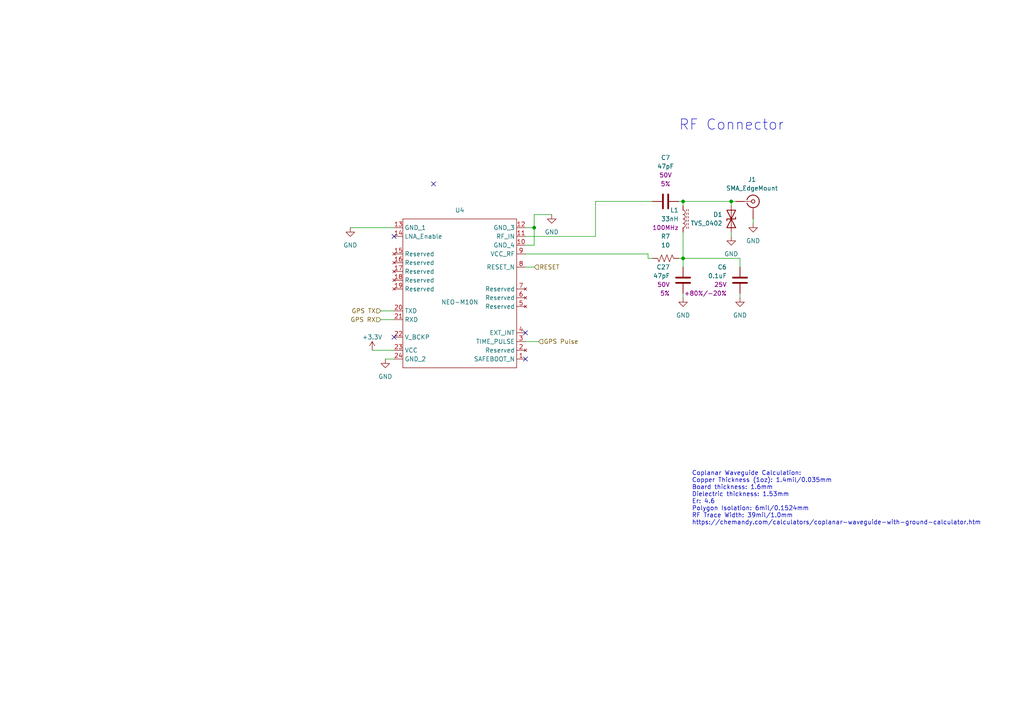
<source format=kicad_sch>
(kicad_sch
	(version 20231120)
	(generator "eeschema")
	(generator_version "8.0")
	(uuid "6d7511a5-62d6-40df-bfac-01ef615d38e3")
	(paper "A4")
	(lib_symbols
		(symbol "NEO F10N:NEO_F10N"
			(exclude_from_sim no)
			(in_bom yes)
			(on_board yes)
			(property "Reference" "U"
				(at 0 26.67 0)
				(effects
					(font
						(size 1.27 1.27)
					)
				)
			)
			(property "Value" ""
				(at 0 0 0)
				(effects
					(font
						(size 1.27 1.27)
					)
				)
			)
			(property "Footprint" ""
				(at 0 0 0)
				(effects
					(font
						(size 1.27 1.27)
					)
					(hide yes)
				)
			)
			(property "Datasheet" ""
				(at 0 0 0)
				(effects
					(font
						(size 1.27 1.27)
					)
					(hide yes)
				)
			)
			(property "Description" ""
				(at 0 0 0)
				(effects
					(font
						(size 1.27 1.27)
					)
					(hide yes)
				)
			)
			(symbol "NEO_F10N_0_1"
				(rectangle
					(start -16.51 24.13)
					(end 16.51 -19.05)
					(stroke
						(width 0)
						(type default)
					)
					(fill
						(type none)
					)
				)
			)
			(symbol "NEO_F10N_1_1"
				(pin passive line
					(at 19.05 -16.51 180)
					(length 2.54)
					(name "SAFEBOOT_N"
						(effects
							(font
								(size 1.27 1.27)
							)
						)
					)
					(number "1"
						(effects
							(font
								(size 1.27 1.27)
							)
						)
					)
				)
				(pin power_in line
					(at 19.05 16.51 180)
					(length 2.54)
					(name "GND_4"
						(effects
							(font
								(size 1.27 1.27)
							)
						)
					)
					(number "10"
						(effects
							(font
								(size 1.27 1.27)
							)
						)
					)
				)
				(pin input line
					(at 19.05 19.05 180)
					(length 2.54)
					(name "RF_IN"
						(effects
							(font
								(size 1.27 1.27)
							)
						)
					)
					(number "11"
						(effects
							(font
								(size 1.27 1.27)
							)
						)
					)
				)
				(pin power_in line
					(at 19.05 21.59 180)
					(length 2.54)
					(name "GND_3"
						(effects
							(font
								(size 1.27 1.27)
							)
						)
					)
					(number "12"
						(effects
							(font
								(size 1.27 1.27)
							)
						)
					)
				)
				(pin power_in line
					(at -19.05 21.59 0)
					(length 2.54)
					(name "GND_1"
						(effects
							(font
								(size 1.27 1.27)
							)
						)
					)
					(number "13"
						(effects
							(font
								(size 1.27 1.27)
							)
						)
					)
				)
				(pin input line
					(at -19.05 19.05 0)
					(length 2.54)
					(name "LNA_Enable"
						(effects
							(font
								(size 1.27 1.27)
							)
						)
					)
					(number "14"
						(effects
							(font
								(size 1.27 1.27)
							)
						)
					)
				)
				(pin no_connect line
					(at -19.05 13.97 0)
					(length 2.54)
					(name "Reserved"
						(effects
							(font
								(size 1.27 1.27)
							)
						)
					)
					(number "15"
						(effects
							(font
								(size 1.27 1.27)
							)
						)
					)
				)
				(pin no_connect line
					(at -19.05 11.43 0)
					(length 2.54)
					(name "Reserved"
						(effects
							(font
								(size 1.27 1.27)
							)
						)
					)
					(number "16"
						(effects
							(font
								(size 1.27 1.27)
							)
						)
					)
				)
				(pin no_connect line
					(at -19.05 8.89 0)
					(length 2.54)
					(name "Reserved"
						(effects
							(font
								(size 1.27 1.27)
							)
						)
					)
					(number "17"
						(effects
							(font
								(size 1.27 1.27)
							)
						)
					)
				)
				(pin no_connect line
					(at -19.05 6.35 0)
					(length 2.54)
					(name "Reserved"
						(effects
							(font
								(size 1.27 1.27)
							)
						)
					)
					(number "18"
						(effects
							(font
								(size 1.27 1.27)
							)
						)
					)
				)
				(pin no_connect line
					(at -19.05 3.81 0)
					(length 2.54)
					(name "Reserved"
						(effects
							(font
								(size 1.27 1.27)
							)
						)
					)
					(number "19"
						(effects
							(font
								(size 1.27 1.27)
							)
						)
					)
				)
				(pin no_connect line
					(at 19.05 -13.97 180)
					(length 2.54)
					(name "Reserved"
						(effects
							(font
								(size 1.27 1.27)
							)
						)
					)
					(number "2"
						(effects
							(font
								(size 1.27 1.27)
							)
						)
					)
				)
				(pin output line
					(at -19.05 -2.54 0)
					(length 2.54)
					(name "TXD"
						(effects
							(font
								(size 1.27 1.27)
							)
						)
					)
					(number "20"
						(effects
							(font
								(size 1.27 1.27)
							)
						)
					)
				)
				(pin input line
					(at -19.05 -5.08 0)
					(length 2.54)
					(name "RXD"
						(effects
							(font
								(size 1.27 1.27)
							)
						)
					)
					(number "21"
						(effects
							(font
								(size 1.27 1.27)
							)
						)
					)
				)
				(pin passive line
					(at -19.05 -10.16 0)
					(length 2.54)
					(name "V_BCKP"
						(effects
							(font
								(size 1.27 1.27)
							)
						)
					)
					(number "22"
						(effects
							(font
								(size 1.27 1.27)
							)
						)
					)
				)
				(pin power_in line
					(at -19.05 -13.97 0)
					(length 2.54)
					(name "VCC"
						(effects
							(font
								(size 1.27 1.27)
							)
						)
					)
					(number "23"
						(effects
							(font
								(size 1.27 1.27)
							)
						)
					)
				)
				(pin power_in line
					(at -19.05 -16.51 0)
					(length 2.54)
					(name "GND_2"
						(effects
							(font
								(size 1.27 1.27)
							)
						)
					)
					(number "24"
						(effects
							(font
								(size 1.27 1.27)
							)
						)
					)
				)
				(pin output line
					(at 19.05 -11.43 180)
					(length 2.54)
					(name "TIME_PULSE"
						(effects
							(font
								(size 1.27 1.27)
							)
						)
					)
					(number "3"
						(effects
							(font
								(size 1.27 1.27)
							)
						)
					)
				)
				(pin passive line
					(at 19.05 -8.89 180)
					(length 2.54)
					(name "EXT_INT"
						(effects
							(font
								(size 1.27 1.27)
							)
						)
					)
					(number "4"
						(effects
							(font
								(size 1.27 1.27)
							)
						)
					)
				)
				(pin no_connect line
					(at 19.05 -1.27 180)
					(length 2.54)
					(name "Reserved"
						(effects
							(font
								(size 1.27 1.27)
							)
						)
					)
					(number "5"
						(effects
							(font
								(size 1.27 1.27)
							)
						)
					)
				)
				(pin no_connect line
					(at 19.05 1.27 180)
					(length 2.54)
					(name "Reserved"
						(effects
							(font
								(size 1.27 1.27)
							)
						)
					)
					(number "6"
						(effects
							(font
								(size 1.27 1.27)
							)
						)
					)
				)
				(pin no_connect line
					(at 19.05 3.81 180)
					(length 2.54)
					(name "Reserved"
						(effects
							(font
								(size 1.27 1.27)
							)
						)
					)
					(number "7"
						(effects
							(font
								(size 1.27 1.27)
							)
						)
					)
				)
				(pin passive line
					(at 19.05 10.16 180)
					(length 2.54)
					(name "RESET_N"
						(effects
							(font
								(size 1.27 1.27)
							)
						)
					)
					(number "8"
						(effects
							(font
								(size 1.27 1.27)
							)
						)
					)
				)
				(pin passive line
					(at 19.05 13.97 180)
					(length 2.54)
					(name "VCC_RF"
						(effects
							(font
								(size 1.27 1.27)
							)
						)
					)
					(number "9"
						(effects
							(font
								(size 1.27 1.27)
							)
						)
					)
				)
			)
		)
		(symbol "SparkFun-Capacitor:0.1uF_0603_25V_20%"
			(pin_numbers hide)
			(pin_names
				(offset 0.254)
			)
			(exclude_from_sim no)
			(in_bom yes)
			(on_board yes)
			(property "Reference" "C"
				(at 0.635 2.54 0)
				(effects
					(font
						(size 1.27 1.27)
					)
					(justify left)
				)
			)
			(property "Value" "0.1uF"
				(at 0.635 -2.54 0)
				(effects
					(font
						(size 1.27 1.27)
					)
					(justify left)
				)
			)
			(property "Footprint" "SparkFun-Capacitor:C_0603_1608Metric"
				(at 0 -11.43 0)
				(effects
					(font
						(size 1.27 1.27)
					)
					(hide yes)
				)
			)
			(property "Datasheet" "https://cdn.sparkfun.com/assets/8/a/4/a/5/Kemet_Capacitor_Datasheet.pdf"
				(at 0 -13.97 0)
				(effects
					(font
						(size 1.27 1.27)
					)
					(hide yes)
				)
			)
			(property "Description" "Unpolarized capacitor"
				(at 0 0 0)
				(effects
					(font
						(size 1.27 1.27)
					)
					(hide yes)
				)
			)
			(property "PROD_ID" "CAP-00810"
				(at 0 -16.51 0)
				(effects
					(font
						(size 1.27 1.27)
					)
					(hide yes)
				)
			)
			(property "Voltage" "25V"
				(at 0 -6.35 0)
				(effects
					(font
						(size 1.27 1.27)
					)
				)
			)
			(property "Tolerance" "+80%/-20%"
				(at 0 -8.89 0)
				(effects
					(font
						(size 1.27 1.27)
					)
				)
			)
			(property "ki_keywords" "cap capacitor"
				(at 0 0 0)
				(effects
					(font
						(size 1.27 1.27)
					)
					(hide yes)
				)
			)
			(property "ki_fp_filters" "C_*"
				(at 0 0 0)
				(effects
					(font
						(size 1.27 1.27)
					)
					(hide yes)
				)
			)
			(symbol "0.1uF_0603_25V_20%_0_1"
				(polyline
					(pts
						(xy -2.032 -0.762) (xy 2.032 -0.762)
					)
					(stroke
						(width 0.508)
						(type default)
					)
					(fill
						(type none)
					)
				)
				(polyline
					(pts
						(xy -2.032 0.762) (xy 2.032 0.762)
					)
					(stroke
						(width 0.508)
						(type default)
					)
					(fill
						(type none)
					)
				)
			)
			(symbol "0.1uF_0603_25V_20%_1_1"
				(pin passive line
					(at 0 3.81 270)
					(length 2.794)
					(name "~"
						(effects
							(font
								(size 1.27 1.27)
							)
						)
					)
					(number "1"
						(effects
							(font
								(size 1.27 1.27)
							)
						)
					)
				)
				(pin passive line
					(at 0 -3.81 90)
					(length 2.794)
					(name "~"
						(effects
							(font
								(size 1.27 1.27)
							)
						)
					)
					(number "2"
						(effects
							(font
								(size 1.27 1.27)
							)
						)
					)
				)
			)
		)
		(symbol "SparkFun-Capacitor:47pF_0603_50V_5%"
			(pin_numbers hide)
			(pin_names
				(offset 0.254)
			)
			(exclude_from_sim no)
			(in_bom yes)
			(on_board yes)
			(property "Reference" "C"
				(at 0.635 2.54 0)
				(effects
					(font
						(size 1.27 1.27)
					)
					(justify left)
				)
			)
			(property "Value" "47pF"
				(at 0.635 -2.54 0)
				(effects
					(font
						(size 1.27 1.27)
					)
					(justify left)
				)
			)
			(property "Footprint" "SparkFun-Capacitor:C_0603_1608Metric"
				(at 0 -11.43 0)
				(effects
					(font
						(size 1.27 1.27)
					)
					(hide yes)
				)
			)
			(property "Datasheet" "https://cdn.sparkfun.com/assets/8/a/4/a/5/Kemet_Capacitor_Datasheet.pdf"
				(at 0 -16.51 0)
				(effects
					(font
						(size 1.27 1.27)
					)
					(hide yes)
				)
			)
			(property "Description" "Unpolarized capacitor"
				(at 0 0 0)
				(effects
					(font
						(size 1.27 1.27)
					)
					(hide yes)
				)
			)
			(property "PROD_ID" "CAP-08913"
				(at 0 -13.97 0)
				(effects
					(font
						(size 1.27 1.27)
					)
					(hide yes)
				)
			)
			(property "Voltage" "50V"
				(at 0 -6.35 0)
				(effects
					(font
						(size 1.27 1.27)
					)
				)
			)
			(property "Tolerance" "5%"
				(at 0 -8.89 0)
				(effects
					(font
						(size 1.27 1.27)
					)
				)
			)
			(property "ki_keywords" "cap capacitor"
				(at 0 0 0)
				(effects
					(font
						(size 1.27 1.27)
					)
					(hide yes)
				)
			)
			(property "ki_fp_filters" "C_*"
				(at 0 0 0)
				(effects
					(font
						(size 1.27 1.27)
					)
					(hide yes)
				)
			)
			(symbol "47pF_0603_50V_5%_0_1"
				(polyline
					(pts
						(xy -2.032 -0.762) (xy 2.032 -0.762)
					)
					(stroke
						(width 0.508)
						(type default)
					)
					(fill
						(type none)
					)
				)
				(polyline
					(pts
						(xy -2.032 0.762) (xy 2.032 0.762)
					)
					(stroke
						(width 0.508)
						(type default)
					)
					(fill
						(type none)
					)
				)
			)
			(symbol "47pF_0603_50V_5%_1_1"
				(pin passive line
					(at 0 3.81 270)
					(length 2.794)
					(name "~"
						(effects
							(font
								(size 1.27 1.27)
							)
						)
					)
					(number "1"
						(effects
							(font
								(size 1.27 1.27)
							)
						)
					)
				)
				(pin passive line
					(at 0 -3.81 90)
					(length 2.794)
					(name "~"
						(effects
							(font
								(size 1.27 1.27)
							)
						)
					)
					(number "2"
						(effects
							(font
								(size 1.27 1.27)
							)
						)
					)
				)
			)
		)
		(symbol "SparkFun-Coil:33nH_0603_0.3A"
			(pin_numbers hide)
			(pin_names
				(offset 1.016) hide)
			(exclude_from_sim no)
			(in_bom yes)
			(on_board yes)
			(property "Reference" "L"
				(at 0 2.54 0)
				(effects
					(font
						(size 1.27 1.27)
					)
				)
			)
			(property "Value" "33nH"
				(at 0 -1.27 0)
				(effects
					(font
						(size 1.27 1.27)
					)
				)
			)
			(property "Footprint" "SparkFun-Capacitor:C_0603_1608Metric"
				(at 0 -11.43 0)
				(effects
					(font
						(size 1.27 1.27)
					)
					(hide yes)
				)
			)
			(property "Datasheet" "https://www.bourns.com/docs/Product-Datasheets/CI160808.pdf"
				(at 0 -8.89 0)
				(effects
					(font
						(size 1.27 1.27)
					)
					(hide yes)
				)
			)
			(property "Description" "Inductor with ferrite core 30 ohm"
				(at 0 0 0)
				(effects
					(font
						(size 1.27 1.27)
					)
					(hide yes)
				)
			)
			(property "PROD_ID" "NDUC-13805"
				(at 0 -6.35 0)
				(effects
					(font
						(size 1.27 1.27)
					)
					(hide yes)
				)
			)
			(property "Frequency" "100MHz"
				(at 0 -3.81 0)
				(effects
					(font
						(size 1.27 1.27)
					)
				)
			)
			(property "ki_keywords" "inductor choke coil reactor magnetic"
				(at 0 0 0)
				(effects
					(font
						(size 1.27 1.27)
					)
					(hide yes)
				)
			)
			(property "ki_fp_filters" "Choke_* *Coil* Inductor_* L_*"
				(at 0 0 0)
				(effects
					(font
						(size 1.27 1.27)
					)
					(hide yes)
				)
			)
			(symbol "33nH_0603_0.3A_0_1"
				(arc
					(start -1.27 0)
					(mid -1.905 0.6323)
					(end -2.54 0)
					(stroke
						(width 0)
						(type default)
					)
					(fill
						(type none)
					)
				)
				(arc
					(start 0 0)
					(mid -0.635 0.6323)
					(end -1.27 0)
					(stroke
						(width 0)
						(type default)
					)
					(fill
						(type none)
					)
				)
				(polyline
					(pts
						(xy -2.794 1.524) (xy -2.286 1.524)
					)
					(stroke
						(width 0)
						(type default)
					)
					(fill
						(type none)
					)
				)
				(polyline
					(pts
						(xy -2.286 1.016) (xy -2.794 1.016)
					)
					(stroke
						(width 0)
						(type default)
					)
					(fill
						(type none)
					)
				)
				(polyline
					(pts
						(xy -1.778 1.524) (xy -1.27 1.524)
					)
					(stroke
						(width 0)
						(type default)
					)
					(fill
						(type none)
					)
				)
				(polyline
					(pts
						(xy -1.27 1.016) (xy -1.778 1.016)
					)
					(stroke
						(width 0)
						(type default)
					)
					(fill
						(type none)
					)
				)
				(polyline
					(pts
						(xy -0.762 1.524) (xy -0.254 1.524)
					)
					(stroke
						(width 0)
						(type default)
					)
					(fill
						(type none)
					)
				)
				(polyline
					(pts
						(xy -0.254 1.016) (xy -0.762 1.016)
					)
					(stroke
						(width 0)
						(type default)
					)
					(fill
						(type none)
					)
				)
				(polyline
					(pts
						(xy 0.254 1.524) (xy 0.762 1.524)
					)
					(stroke
						(width 0)
						(type default)
					)
					(fill
						(type none)
					)
				)
				(polyline
					(pts
						(xy 0.762 1.016) (xy 0.254 1.016)
					)
					(stroke
						(width 0)
						(type default)
					)
					(fill
						(type none)
					)
				)
				(polyline
					(pts
						(xy 1.27 1.524) (xy 1.778 1.524)
					)
					(stroke
						(width 0)
						(type default)
					)
					(fill
						(type none)
					)
				)
				(polyline
					(pts
						(xy 1.778 1.016) (xy 1.27 1.016)
					)
					(stroke
						(width 0)
						(type default)
					)
					(fill
						(type none)
					)
				)
				(polyline
					(pts
						(xy 2.286 1.524) (xy 2.794 1.524)
					)
					(stroke
						(width 0)
						(type default)
					)
					(fill
						(type none)
					)
				)
				(polyline
					(pts
						(xy 2.794 1.016) (xy 2.286 1.016)
					)
					(stroke
						(width 0)
						(type default)
					)
					(fill
						(type none)
					)
				)
				(arc
					(start 1.27 0)
					(mid 0.635 0.6323)
					(end 0 0)
					(stroke
						(width 0)
						(type default)
					)
					(fill
						(type none)
					)
				)
				(arc
					(start 2.54 0)
					(mid 1.905 0.6323)
					(end 1.27 0)
					(stroke
						(width 0)
						(type default)
					)
					(fill
						(type none)
					)
				)
			)
			(symbol "33nH_0603_0.3A_1_1"
				(pin passive line
					(at -3.81 0 0)
					(length 1.27)
					(name "1"
						(effects
							(font
								(size 1.27 1.27)
							)
						)
					)
					(number "1"
						(effects
							(font
								(size 1.27 1.27)
							)
						)
					)
				)
				(pin passive line
					(at 3.81 0 180)
					(length 1.27)
					(name "2"
						(effects
							(font
								(size 1.27 1.27)
							)
						)
					)
					(number "2"
						(effects
							(font
								(size 1.27 1.27)
							)
						)
					)
				)
			)
		)
		(symbol "SparkFun-DiscreteSemi:D_TVS_0402"
			(pin_numbers hide)
			(pin_names
				(offset 1.016) hide)
			(exclude_from_sim no)
			(in_bom yes)
			(on_board yes)
			(property "Reference" "D"
				(at 0 2.54 0)
				(effects
					(font
						(size 1.27 1.27)
					)
				)
			)
			(property "Value" "TVS_0402"
				(at 0 -2.54 0)
				(effects
					(font
						(size 1.27 1.27)
					)
				)
			)
			(property "Footprint" "SparkFun-Capacitor:C_0402_1005Metric"
				(at 0 -4.064 0)
				(effects
					(font
						(size 1.27 1.27)
					)
					(hide yes)
				)
			)
			(property "Datasheet" "https://www.littelfuse.com/~/media/electronics/product_specifications/polymer_esd_suppressors/littelfuse_polymer_esd_suppressor_pesd0402_140_product_specification.pdf.pdf"
				(at 0 -8.89 0)
				(effects
					(font
						(size 1.27 1.27)
					)
					(hide yes)
				)
			)
			(property "Description" "Bidirectional transient-voltage-suppression diode"
				(at 0 0 0)
				(effects
					(font
						(size 1.27 1.27)
					)
					(hide yes)
				)
			)
			(property "PROD_ID" "DIO-15359"
				(at 0 -5.842 0)
				(effects
					(font
						(size 1.27 1.27)
					)
					(hide yes)
				)
			)
			(property "ki_keywords" "diode TVS thyrector"
				(at 0 0 0)
				(effects
					(font
						(size 1.27 1.27)
					)
					(hide yes)
				)
			)
			(property "ki_fp_filters" "TO-???* *_Diode_* *SingleDiode* D_*"
				(at 0 0 0)
				(effects
					(font
						(size 1.27 1.27)
					)
					(hide yes)
				)
			)
			(symbol "D_TVS_0402_0_1"
				(polyline
					(pts
						(xy 1.27 0) (xy -1.27 0)
					)
					(stroke
						(width 0)
						(type default)
					)
					(fill
						(type none)
					)
				)
				(polyline
					(pts
						(xy 0.508 1.27) (xy 0 1.27) (xy 0 -1.27) (xy -0.508 -1.27)
					)
					(stroke
						(width 0.254)
						(type default)
					)
					(fill
						(type none)
					)
				)
				(polyline
					(pts
						(xy -2.54 1.27) (xy -2.54 -1.27) (xy 2.54 1.27) (xy 2.54 -1.27) (xy -2.54 1.27)
					)
					(stroke
						(width 0.254)
						(type default)
					)
					(fill
						(type none)
					)
				)
			)
			(symbol "D_TVS_0402_1_1"
				(pin passive line
					(at -3.81 0 0)
					(length 2.54)
					(name "A1"
						(effects
							(font
								(size 1.27 1.27)
							)
						)
					)
					(number "1"
						(effects
							(font
								(size 1.27 1.27)
							)
						)
					)
				)
				(pin passive line
					(at 3.81 0 180)
					(length 2.54)
					(name "A2"
						(effects
							(font
								(size 1.27 1.27)
							)
						)
					)
					(number "2"
						(effects
							(font
								(size 1.27 1.27)
							)
						)
					)
				)
			)
		)
		(symbol "SparkFun-RF:SMA_EdgeMount"
			(pin_numbers hide)
			(pin_names
				(offset 1.016) hide)
			(exclude_from_sim no)
			(in_bom yes)
			(on_board yes)
			(property "Reference" "J3"
				(at -0.3174 6.35 0)
				(effects
					(font
						(size 1.27 1.27)
					)
				)
			)
			(property "Value" "SMA_EdgeMount"
				(at -0.3174 3.81 0)
				(effects
					(font
						(size 1.27 1.27)
					)
				)
			)
			(property "Footprint" "Connector_Coaxial:SMA_Molex_73251-1153_EdgeMount_Horizontal"
				(at 0 -10.16 0)
				(effects
					(font
						(size 1.27 1.27)
					)
					(hide yes)
				)
			)
			(property "Datasheet" " ~"
				(at 0 0 0)
				(effects
					(font
						(size 1.27 1.27)
					)
					(hide yes)
				)
			)
			(property "Description" "SMA PCB Edge Mount connector"
				(at 0 0 0)
				(effects
					(font
						(size 1.27 1.27)
					)
					(hide yes)
				)
			)
			(property "PROD_ID" "CONN-08289"
				(at 0 -8.89 0)
				(effects
					(font
						(size 1.27 1.27)
					)
					(hide yes)
				)
			)
			(property "ki_keywords" "SMA coxaial connector"
				(at 0 0 0)
				(effects
					(font
						(size 1.27 1.27)
					)
					(hide yes)
				)
			)
			(property "ki_fp_filters" "*BNC* *SMA* *SMB* *SMC* *Cinch* *LEMO*"
				(at 0 0 0)
				(effects
					(font
						(size 1.27 1.27)
					)
					(hide yes)
				)
			)
			(symbol "SMA_EdgeMount_0_1"
				(arc
					(start -1.778 -0.508)
					(mid 0.2311 -1.8066)
					(end 1.778 0)
					(stroke
						(width 0.254)
						(type default)
					)
					(fill
						(type none)
					)
				)
				(polyline
					(pts
						(xy -2.54 0) (xy -0.508 0)
					)
					(stroke
						(width 0)
						(type default)
					)
					(fill
						(type none)
					)
				)
				(polyline
					(pts
						(xy 0 -2.54) (xy 0 -1.778)
					)
					(stroke
						(width 0)
						(type default)
					)
					(fill
						(type none)
					)
				)
				(circle
					(center 0 0)
					(radius 0.508)
					(stroke
						(width 0.2032)
						(type default)
					)
					(fill
						(type none)
					)
				)
				(arc
					(start 1.778 0)
					(mid 0.2099 1.8101)
					(end -1.778 0.508)
					(stroke
						(width 0.254)
						(type default)
					)
					(fill
						(type none)
					)
				)
			)
			(symbol "SMA_EdgeMount_1_1"
				(pin passive line
					(at -5.08 0 0)
					(length 2.54)
					(name "SIG"
						(effects
							(font
								(size 1.27 1.27)
							)
						)
					)
					(number "1"
						(effects
							(font
								(size 1.27 1.27)
							)
						)
					)
				)
				(pin passive line
					(at 0 -5.08 90)
					(length 2.54)
					(name "1"
						(effects
							(font
								(size 1.27 1.27)
							)
						)
					)
					(number "2"
						(effects
							(font
								(size 1.27 1.27)
							)
						)
					)
				)
				(pin passive line
					(at 0 -5.08 90)
					(length 2.54) hide
					(name "2"
						(effects
							(font
								(size 1.27 1.27)
							)
						)
					)
					(number "2"
						(effects
							(font
								(size 1.27 1.27)
							)
						)
					)
				)
				(pin passive line
					(at 0 -5.08 90)
					(length 2.54) hide
					(name "3"
						(effects
							(font
								(size 1.27 1.27)
							)
						)
					)
					(number "3"
						(effects
							(font
								(size 1.27 1.27)
							)
						)
					)
				)
				(pin passive line
					(at 0 -5.08 90)
					(length 2.54) hide
					(name "4"
						(effects
							(font
								(size 1.27 1.27)
							)
						)
					)
					(number "4"
						(effects
							(font
								(size 1.27 1.27)
							)
						)
					)
				)
			)
		)
		(symbol "SparkFun-Resistor:10_0603"
			(pin_numbers hide)
			(pin_names
				(offset 0)
			)
			(exclude_from_sim no)
			(in_bom yes)
			(on_board yes)
			(property "Reference" "R"
				(at 0 -2.54 0)
				(effects
					(font
						(size 1.27 1.27)
					)
				)
			)
			(property "Value" "10"
				(at 0 2.54 0)
				(effects
					(font
						(size 1.27 1.27)
					)
				)
			)
			(property "Footprint" "SparkFun-Resistor:R_0603_1608Metric"
				(at 0 -4.572 0)
				(effects
					(font
						(size 1.27 1.27)
					)
					(hide yes)
				)
			)
			(property "Datasheet" "https://www.vishay.com/docs/20035/dcrcwe3.pdf"
				(at 0 -8.89 0)
				(effects
					(font
						(size 1.27 1.27)
					)
					(hide yes)
				)
			)
			(property "Description" "Resistor"
				(at 0 0 0)
				(effects
					(font
						(size 1.27 1.27)
					)
					(hide yes)
				)
			)
			(property "PROD_ID" "RES-12581"
				(at 0 -6.858 0)
				(effects
					(font
						(size 1.27 1.27)
					)
					(hide yes)
				)
			)
			(property "ki_keywords" "R res resistor"
				(at 0 0 0)
				(effects
					(font
						(size 1.27 1.27)
					)
					(hide yes)
				)
			)
			(property "ki_fp_filters" "R_*"
				(at 0 0 0)
				(effects
					(font
						(size 1.27 1.27)
					)
					(hide yes)
				)
			)
			(symbol "10_0603_0_1"
				(polyline
					(pts
						(xy -2.286 0) (xy -2.54 0)
					)
					(stroke
						(width 0)
						(type default)
					)
					(fill
						(type none)
					)
				)
				(polyline
					(pts
						(xy 2.286 0) (xy 2.54 0)
					)
					(stroke
						(width 0)
						(type default)
					)
					(fill
						(type none)
					)
				)
				(polyline
					(pts
						(xy -0.762 0) (xy -1.143 -1.016) (xy -1.524 0) (xy -1.905 1.016) (xy -2.286 0)
					)
					(stroke
						(width 0)
						(type default)
					)
					(fill
						(type none)
					)
				)
				(polyline
					(pts
						(xy 0.762 0) (xy 0.381 -1.016) (xy 0 0) (xy -0.381 1.016) (xy -0.762 0)
					)
					(stroke
						(width 0)
						(type default)
					)
					(fill
						(type none)
					)
				)
				(polyline
					(pts
						(xy 2.286 0) (xy 1.905 -1.016) (xy 1.524 0) (xy 1.143 1.016) (xy 0.762 0)
					)
					(stroke
						(width 0)
						(type default)
					)
					(fill
						(type none)
					)
				)
			)
			(symbol "10_0603_1_1"
				(pin passive line
					(at 3.81 0 180)
					(length 1.27)
					(name "~"
						(effects
							(font
								(size 1.27 1.27)
							)
						)
					)
					(number "1"
						(effects
							(font
								(size 1.27 1.27)
							)
						)
					)
				)
				(pin passive line
					(at -3.81 0 0)
					(length 1.27)
					(name "~"
						(effects
							(font
								(size 1.27 1.27)
							)
						)
					)
					(number "2"
						(effects
							(font
								(size 1.27 1.27)
							)
						)
					)
				)
			)
		)
		(symbol "power:+3.3V"
			(power)
			(pin_names
				(offset 0)
			)
			(exclude_from_sim no)
			(in_bom yes)
			(on_board yes)
			(property "Reference" "#PWR"
				(at 0 -3.81 0)
				(effects
					(font
						(size 1.27 1.27)
					)
					(hide yes)
				)
			)
			(property "Value" "+3.3V"
				(at 0 3.556 0)
				(effects
					(font
						(size 1.27 1.27)
					)
				)
			)
			(property "Footprint" ""
				(at 0 0 0)
				(effects
					(font
						(size 1.27 1.27)
					)
					(hide yes)
				)
			)
			(property "Datasheet" ""
				(at 0 0 0)
				(effects
					(font
						(size 1.27 1.27)
					)
					(hide yes)
				)
			)
			(property "Description" "Power symbol creates a global label with name \"+3.3V\""
				(at 0 0 0)
				(effects
					(font
						(size 1.27 1.27)
					)
					(hide yes)
				)
			)
			(property "ki_keywords" "global power"
				(at 0 0 0)
				(effects
					(font
						(size 1.27 1.27)
					)
					(hide yes)
				)
			)
			(symbol "+3.3V_0_1"
				(polyline
					(pts
						(xy -0.762 1.27) (xy 0 2.54)
					)
					(stroke
						(width 0)
						(type default)
					)
					(fill
						(type none)
					)
				)
				(polyline
					(pts
						(xy 0 0) (xy 0 2.54)
					)
					(stroke
						(width 0)
						(type default)
					)
					(fill
						(type none)
					)
				)
				(polyline
					(pts
						(xy 0 2.54) (xy 0.762 1.27)
					)
					(stroke
						(width 0)
						(type default)
					)
					(fill
						(type none)
					)
				)
			)
			(symbol "+3.3V_1_1"
				(pin power_in line
					(at 0 0 90)
					(length 0) hide
					(name "+3.3V"
						(effects
							(font
								(size 1.27 1.27)
							)
						)
					)
					(number "1"
						(effects
							(font
								(size 1.27 1.27)
							)
						)
					)
				)
			)
		)
		(symbol "power:GND"
			(power)
			(pin_names
				(offset 0)
			)
			(exclude_from_sim no)
			(in_bom yes)
			(on_board yes)
			(property "Reference" "#PWR"
				(at 0 -6.35 0)
				(effects
					(font
						(size 1.27 1.27)
					)
					(hide yes)
				)
			)
			(property "Value" "GND"
				(at 0 -3.81 0)
				(effects
					(font
						(size 1.27 1.27)
					)
				)
			)
			(property "Footprint" ""
				(at 0 0 0)
				(effects
					(font
						(size 1.27 1.27)
					)
					(hide yes)
				)
			)
			(property "Datasheet" ""
				(at 0 0 0)
				(effects
					(font
						(size 1.27 1.27)
					)
					(hide yes)
				)
			)
			(property "Description" "Power symbol creates a global label with name \"GND\" , ground"
				(at 0 0 0)
				(effects
					(font
						(size 1.27 1.27)
					)
					(hide yes)
				)
			)
			(property "ki_keywords" "global power"
				(at 0 0 0)
				(effects
					(font
						(size 1.27 1.27)
					)
					(hide yes)
				)
			)
			(symbol "GND_0_1"
				(polyline
					(pts
						(xy 0 0) (xy 0 -1.27) (xy 1.27 -1.27) (xy 0 -2.54) (xy -1.27 -1.27) (xy 0 -1.27)
					)
					(stroke
						(width 0)
						(type default)
					)
					(fill
						(type none)
					)
				)
			)
			(symbol "GND_1_1"
				(pin power_in line
					(at 0 0 270)
					(length 0) hide
					(name "GND"
						(effects
							(font
								(size 1.27 1.27)
							)
						)
					)
					(number "1"
						(effects
							(font
								(size 1.27 1.27)
							)
						)
					)
				)
			)
		)
	)
	(junction
		(at 154.94 66.04)
		(diameter 0)
		(color 0 0 0 0)
		(uuid "0a5141ff-9246-41e2-a63f-30022d7533c3")
	)
	(junction
		(at 198.12 74.93)
		(diameter 0)
		(color 0 0 0 0)
		(uuid "af33562e-1cee-43d4-9f98-7e79b3846306")
	)
	(junction
		(at 198.12 58.42)
		(diameter 0)
		(color 0 0 0 0)
		(uuid "c4abf980-df19-4b73-aa8f-7887935f418e")
	)
	(junction
		(at 212.09 58.42)
		(diameter 0)
		(color 0 0 0 0)
		(uuid "d7ec73d1-eb9c-47d8-be33-abfd76d8ef62")
	)
	(no_connect
		(at 114.3 97.79)
		(uuid "54887679-5d07-467b-9dcc-fe3f0c5ee833")
	)
	(no_connect
		(at 125.73 53.34)
		(uuid "728dfeee-a050-4bd9-8781-04bea024029c")
	)
	(no_connect
		(at 152.4 104.14)
		(uuid "82c763ea-eed4-4bca-8176-5ee64376d209")
	)
	(no_connect
		(at 152.4 96.52)
		(uuid "9e2b3389-a559-40f9-8973-89b6a041bd0a")
	)
	(no_connect
		(at 114.3 68.58)
		(uuid "aade0732-2e09-49de-86e3-8785fd1019b4")
	)
	(wire
		(pts
			(xy 189.23 58.42) (xy 172.72 58.42)
		)
		(stroke
			(width 0)
			(type default)
		)
		(uuid "02d6f9b5-6054-4a50-b8e4-90831d6d67b0")
	)
	(wire
		(pts
			(xy 110.49 92.71) (xy 114.3 92.71)
		)
		(stroke
			(width 0)
			(type default)
		)
		(uuid "04a474ea-9e06-406a-bd3e-5051a76d1ed4")
	)
	(wire
		(pts
			(xy 152.4 73.66) (xy 187.96 73.66)
		)
		(stroke
			(width 0)
			(type default)
		)
		(uuid "0517ad01-ca52-4498-9b61-adaaafadce7c")
	)
	(wire
		(pts
			(xy 218.44 63.5) (xy 218.44 64.77)
		)
		(stroke
			(width 0)
			(type default)
		)
		(uuid "1874d925-5e49-4a9d-9000-5d09e2dbb4f2")
	)
	(wire
		(pts
			(xy 198.12 58.42) (xy 196.85 58.42)
		)
		(stroke
			(width 0)
			(type default)
		)
		(uuid "22ddbb89-6854-4b26-8bbb-f390c86a1ba6")
	)
	(wire
		(pts
			(xy 214.63 86.36) (xy 214.63 85.09)
		)
		(stroke
			(width 0)
			(type default)
		)
		(uuid "2fa4e255-df31-40eb-9e5e-4a6cd85bbc74")
	)
	(wire
		(pts
			(xy 152.4 66.04) (xy 154.94 66.04)
		)
		(stroke
			(width 0)
			(type default)
		)
		(uuid "3e80c0ea-e190-402d-a545-e69853f8b366")
	)
	(wire
		(pts
			(xy 154.94 71.12) (xy 154.94 66.04)
		)
		(stroke
			(width 0)
			(type default)
		)
		(uuid "4149ed8b-9633-4830-8c03-1e79406563f4")
	)
	(wire
		(pts
			(xy 152.4 99.06) (xy 156.21 99.06)
		)
		(stroke
			(width 0)
			(type default)
		)
		(uuid "49e6c3f4-054c-46a1-8420-12083e2fb82f")
	)
	(wire
		(pts
			(xy 189.23 74.93) (xy 187.96 74.93)
		)
		(stroke
			(width 0)
			(type default)
		)
		(uuid "5066d7bc-ed36-4e5d-affa-387045e29095")
	)
	(wire
		(pts
			(xy 214.63 77.47) (xy 214.63 74.93)
		)
		(stroke
			(width 0)
			(type default)
		)
		(uuid "513ba42f-ec93-420a-8c46-51690f5e7df9")
	)
	(wire
		(pts
			(xy 198.12 58.42) (xy 198.12 59.69)
		)
		(stroke
			(width 0)
			(type default)
		)
		(uuid "51762c9a-db1c-4ee6-a42a-efcedbf98996")
	)
	(wire
		(pts
			(xy 152.4 71.12) (xy 154.94 71.12)
		)
		(stroke
			(width 0)
			(type default)
		)
		(uuid "5a8f7f2e-c3f7-48c6-805f-fad36808188b")
	)
	(wire
		(pts
			(xy 111.76 104.14) (xy 114.3 104.14)
		)
		(stroke
			(width 0)
			(type default)
		)
		(uuid "5d193c90-c2b2-4175-b594-ad5f18802f82")
	)
	(wire
		(pts
			(xy 198.12 74.93) (xy 196.85 74.93)
		)
		(stroke
			(width 0)
			(type default)
		)
		(uuid "6012e1c8-2158-4595-8ba4-e90f8e4c040e")
	)
	(wire
		(pts
			(xy 152.4 77.47) (xy 154.94 77.47)
		)
		(stroke
			(width 0)
			(type default)
		)
		(uuid "65243166-572a-4913-98fd-e941c817f533")
	)
	(wire
		(pts
			(xy 212.09 68.58) (xy 212.09 67.31)
		)
		(stroke
			(width 0)
			(type default)
		)
		(uuid "67aadc15-f4b9-43bf-aafd-89509280488d")
	)
	(wire
		(pts
			(xy 101.6 66.04) (xy 114.3 66.04)
		)
		(stroke
			(width 0)
			(type default)
		)
		(uuid "75c7ccc6-25fa-4923-a065-bbb76ae59c2f")
	)
	(wire
		(pts
			(xy 152.4 68.58) (xy 172.72 68.58)
		)
		(stroke
			(width 0)
			(type default)
		)
		(uuid "785cb1e1-20dd-41d9-abd0-477269debe0c")
	)
	(wire
		(pts
			(xy 187.96 73.66) (xy 187.96 74.93)
		)
		(stroke
			(width 0)
			(type default)
		)
		(uuid "91b1b5d4-ec69-48da-a9e9-e007994d8bc3")
	)
	(wire
		(pts
			(xy 212.09 58.42) (xy 212.09 59.69)
		)
		(stroke
			(width 0)
			(type default)
		)
		(uuid "9f5112a5-f3d9-46cd-a4b9-ad61ad331c64")
	)
	(wire
		(pts
			(xy 212.09 58.42) (xy 198.12 58.42)
		)
		(stroke
			(width 0)
			(type default)
		)
		(uuid "a2575a68-2866-4d7e-b708-dfe947774101")
	)
	(wire
		(pts
			(xy 107.95 101.6) (xy 114.3 101.6)
		)
		(stroke
			(width 0)
			(type default)
		)
		(uuid "b0278ed9-1f3c-48ef-874d-8ae3b863d5e5")
	)
	(wire
		(pts
			(xy 154.94 62.23) (xy 160.02 62.23)
		)
		(stroke
			(width 0)
			(type default)
		)
		(uuid "b28d7062-c7da-4d41-ac41-e2fa00417be2")
	)
	(wire
		(pts
			(xy 110.49 90.17) (xy 114.3 90.17)
		)
		(stroke
			(width 0)
			(type default)
		)
		(uuid "b572bea8-fc55-4abb-990f-71d73d5ad497")
	)
	(wire
		(pts
			(xy 198.12 85.09) (xy 198.12 86.36)
		)
		(stroke
			(width 0)
			(type default)
		)
		(uuid "b7dc7576-27cd-4ebd-8df4-579a51803388")
	)
	(wire
		(pts
			(xy 214.63 74.93) (xy 198.12 74.93)
		)
		(stroke
			(width 0)
			(type default)
		)
		(uuid "d77005d6-a717-4931-9669-bda092911699")
	)
	(wire
		(pts
			(xy 198.12 74.93) (xy 198.12 77.47)
		)
		(stroke
			(width 0)
			(type default)
		)
		(uuid "dec22d1a-78ff-4d12-8d63-8e9182bcbad9")
	)
	(wire
		(pts
			(xy 154.94 66.04) (xy 154.94 62.23)
		)
		(stroke
			(width 0)
			(type default)
		)
		(uuid "e6b00d3a-7845-480f-ad5d-676ac8971e52")
	)
	(wire
		(pts
			(xy 198.12 74.93) (xy 198.12 67.31)
		)
		(stroke
			(width 0)
			(type default)
		)
		(uuid "f0e2996f-5d19-48b9-9ece-7681417d051a")
	)
	(wire
		(pts
			(xy 172.72 68.58) (xy 172.72 58.42)
		)
		(stroke
			(width 0)
			(type default)
		)
		(uuid "fd74aec9-bd2d-4261-a42d-21484e37d58a")
	)
	(wire
		(pts
			(xy 213.36 58.42) (xy 212.09 58.42)
		)
		(stroke
			(width 0)
			(type default)
		)
		(uuid "fda80953-191c-4e6b-8e33-24872b5c8c8d")
	)
	(text "Coplanar Waveguide Calculation:\nCopper Thickness (1oz): 1.4mil/0.035mm\nBoard thickness: 1.6mm\nDielectric thickness: 1.53mm\nEr: 4.6\nPolygon Isolation: 6mil/0.1524mm\nRF Trace Width: 39mil/1.0mm\nhttps://chemandy.com/calculators/coplanar-waveguide-with-ground-calculator.htm"
		(exclude_from_sim no)
		(at 200.66 152.4 0)
		(effects
			(font
				(size 1.27 1.27)
			)
			(justify left bottom)
		)
		(uuid "a359c27a-5e73-4642-ae56-a737d46bc634")
	)
	(text "RF Connector"
		(exclude_from_sim no)
		(at 196.85 38.1 0)
		(effects
			(font
				(size 3 3)
			)
			(justify left bottom)
		)
		(uuid "f6194d97-279a-4af4-845d-92297952e937")
	)
	(hierarchical_label "RESET"
		(shape input)
		(at 154.94 77.47 0)
		(fields_autoplaced yes)
		(effects
			(font
				(size 1.27 1.27)
			)
			(justify left)
		)
		(uuid "0d027f54-0afc-4384-a914-fbdfb2545b9a")
	)
	(hierarchical_label "GPS Pulse"
		(shape input)
		(at 156.21 99.06 0)
		(fields_autoplaced yes)
		(effects
			(font
				(size 1.27 1.27)
			)
			(justify left)
		)
		(uuid "945b50a4-f015-43de-bc23-9056fdc1037d")
	)
	(hierarchical_label "GPS TX"
		(shape input)
		(at 110.49 90.17 180)
		(fields_autoplaced yes)
		(effects
			(font
				(size 1.27 1.27)
			)
			(justify right)
		)
		(uuid "a60268c8-a1ca-41f6-bc01-9090e019579a")
	)
	(hierarchical_label "GPS RX"
		(shape input)
		(at 110.49 92.71 180)
		(fields_autoplaced yes)
		(effects
			(font
				(size 1.27 1.27)
			)
			(justify right)
		)
		(uuid "e1193fbf-341a-475b-a9b7-13771ee70c1d")
	)
	(symbol
		(lib_id "SparkFun-Capacitor:0.1uF_0603_25V_20%")
		(at 214.63 81.28 0)
		(mirror y)
		(unit 1)
		(exclude_from_sim no)
		(in_bom yes)
		(on_board yes)
		(dnp no)
		(fields_autoplaced yes)
		(uuid "02cc5a7b-e706-4606-95bf-85d6f43676a2")
		(property "Reference" "C6"
			(at 210.82 77.47 0)
			(effects
				(font
					(size 1.27 1.27)
				)
				(justify left)
			)
		)
		(property "Value" "0.1uF"
			(at 210.82 80.01 0)
			(effects
				(font
					(size 1.27 1.27)
				)
				(justify left)
			)
		)
		(property "Footprint" "Capacitor_SMD:C_0603_1608Metric"
			(at 214.63 92.71 0)
			(effects
				(font
					(size 1.27 1.27)
				)
				(hide yes)
			)
		)
		(property "Datasheet" "https://cdn.sparkfun.com/assets/8/a/4/a/5/Kemet_Capacitor_Datasheet.pdf"
			(at 214.63 95.25 0)
			(effects
				(font
					(size 1.27 1.27)
				)
				(hide yes)
			)
		)
		(property "Description" ""
			(at 214.63 81.28 0)
			(effects
				(font
					(size 1.27 1.27)
				)
				(hide yes)
			)
		)
		(property "PROD_ID" "CAP-00810"
			(at 214.63 97.79 0)
			(effects
				(font
					(size 1.27 1.27)
				)
				(hide yes)
			)
		)
		(property "Voltage" "25V"
			(at 210.82 82.55 0)
			(effects
				(font
					(size 1.27 1.27)
				)
				(justify left)
			)
		)
		(property "Tolerance" "+80%/-20%"
			(at 210.82 85.09 0)
			(effects
				(font
					(size 1.27 1.27)
				)
				(justify left)
			)
		)
		(pin "1"
			(uuid "cab2b7dc-855d-46ec-9ef2-c43961f7bc8b")
		)
		(pin "2"
			(uuid "a32c36e4-a603-4b27-baca-3943055ad421")
		)
		(instances
			(project "BRGRavionics2.4.1"
				(path "/4e6fd9e4-e85c-45d6-9f9c-1f20b37f8bd7/83cd0ecf-9a5a-47d3-a630-e41af4824fe6"
					(reference "C6")
					(unit 1)
				)
			)
		)
	)
	(symbol
		(lib_id "SparkFun-Capacitor:47pF_0603_50V_5%")
		(at 193.04 58.42 270)
		(mirror x)
		(unit 1)
		(exclude_from_sim no)
		(in_bom yes)
		(on_board yes)
		(dnp no)
		(fields_autoplaced yes)
		(uuid "09a9a217-6f5f-42dc-8f19-78da0cac3615")
		(property "Reference" "C7"
			(at 193.04 45.72 90)
			(effects
				(font
					(size 1.27 1.27)
				)
			)
		)
		(property "Value" "47pF"
			(at 193.04 48.26 90)
			(effects
				(font
					(size 1.27 1.27)
				)
			)
		)
		(property "Footprint" "Capacitor_SMD:C_0603_1608Metric"
			(at 181.61 58.42 0)
			(effects
				(font
					(size 1.27 1.27)
				)
				(hide yes)
			)
		)
		(property "Datasheet" "https://cdn.sparkfun.com/assets/8/a/4/a/5/Kemet_Capacitor_Datasheet.pdf"
			(at 176.53 58.42 0)
			(effects
				(font
					(size 1.27 1.27)
				)
				(hide yes)
			)
		)
		(property "Description" ""
			(at 193.04 58.42 0)
			(effects
				(font
					(size 1.27 1.27)
				)
				(hide yes)
			)
		)
		(property "PROD_ID" "CAP-08913"
			(at 179.07 58.42 0)
			(effects
				(font
					(size 1.27 1.27)
				)
				(hide yes)
			)
		)
		(property "Voltage" "50V"
			(at 193.04 50.8 90)
			(effects
				(font
					(size 1.27 1.27)
				)
			)
		)
		(property "Tolerance" "5%"
			(at 193.04 53.34 90)
			(effects
				(font
					(size 1.27 1.27)
				)
			)
		)
		(pin "1"
			(uuid "77c83842-fe91-486c-b38c-7fc895d0074d")
		)
		(pin "2"
			(uuid "94b55e6a-f84c-48d4-9923-baa78e32f8f2")
		)
		(instances
			(project "BRGRavionics2.4.1"
				(path "/4e6fd9e4-e85c-45d6-9f9c-1f20b37f8bd7/83cd0ecf-9a5a-47d3-a630-e41af4824fe6"
					(reference "C7")
					(unit 1)
				)
			)
		)
	)
	(symbol
		(lib_id "power:GND")
		(at 101.6 66.04 0)
		(unit 1)
		(exclude_from_sim no)
		(in_bom yes)
		(on_board yes)
		(dnp no)
		(fields_autoplaced yes)
		(uuid "16d804cc-8a2c-472b-a151-9a1c4d2ac003")
		(property "Reference" "#PWR081"
			(at 101.6 72.39 0)
			(effects
				(font
					(size 1.27 1.27)
				)
				(hide yes)
			)
		)
		(property "Value" "GND"
			(at 101.6 71.12 0)
			(effects
				(font
					(size 1.27 1.27)
				)
			)
		)
		(property "Footprint" ""
			(at 101.6 66.04 0)
			(effects
				(font
					(size 1.27 1.27)
				)
				(hide yes)
			)
		)
		(property "Datasheet" ""
			(at 101.6 66.04 0)
			(effects
				(font
					(size 1.27 1.27)
				)
				(hide yes)
			)
		)
		(property "Description" ""
			(at 101.6 66.04 0)
			(effects
				(font
					(size 1.27 1.27)
				)
				(hide yes)
			)
		)
		(pin "1"
			(uuid "5d26b5ab-bfe1-49be-b70e-cf4c8e9bc0c3")
		)
		(instances
			(project "BRGRavionics2.4.1"
				(path "/4e6fd9e4-e85c-45d6-9f9c-1f20b37f8bd7/83cd0ecf-9a5a-47d3-a630-e41af4824fe6"
					(reference "#PWR081")
					(unit 1)
				)
			)
		)
	)
	(symbol
		(lib_id "SparkFun-Capacitor:47pF_0603_50V_5%")
		(at 198.12 81.28 0)
		(mirror y)
		(unit 1)
		(exclude_from_sim no)
		(in_bom yes)
		(on_board yes)
		(dnp no)
		(fields_autoplaced yes)
		(uuid "17a2fe1c-c914-4741-8404-6bf41a946abe")
		(property "Reference" "C27"
			(at 194.31 77.47 0)
			(effects
				(font
					(size 1.27 1.27)
				)
				(justify left)
			)
		)
		(property "Value" "47pF"
			(at 194.31 80.01 0)
			(effects
				(font
					(size 1.27 1.27)
				)
				(justify left)
			)
		)
		(property "Footprint" "Capacitor_SMD:C_0603_1608Metric"
			(at 198.12 92.71 0)
			(effects
				(font
					(size 1.27 1.27)
				)
				(hide yes)
			)
		)
		(property "Datasheet" "https://cdn.sparkfun.com/assets/8/a/4/a/5/Kemet_Capacitor_Datasheet.pdf"
			(at 198.12 97.79 0)
			(effects
				(font
					(size 1.27 1.27)
				)
				(hide yes)
			)
		)
		(property "Description" ""
			(at 198.12 81.28 0)
			(effects
				(font
					(size 1.27 1.27)
				)
				(hide yes)
			)
		)
		(property "PROD_ID" "CAP-08913"
			(at 198.12 95.25 0)
			(effects
				(font
					(size 1.27 1.27)
				)
				(hide yes)
			)
		)
		(property "Voltage" "50V"
			(at 194.31 82.55 0)
			(effects
				(font
					(size 1.27 1.27)
				)
				(justify left)
			)
		)
		(property "Tolerance" "5%"
			(at 194.31 85.09 0)
			(effects
				(font
					(size 1.27 1.27)
				)
				(justify left)
			)
		)
		(pin "1"
			(uuid "b65bcd00-b873-4ffb-91b8-0e3031d5ee12")
		)
		(pin "2"
			(uuid "b0262e37-b55e-4f80-b401-b8c3bc0370b0")
		)
		(instances
			(project "BRGRavionics2.4.1"
				(path "/4e6fd9e4-e85c-45d6-9f9c-1f20b37f8bd7/83cd0ecf-9a5a-47d3-a630-e41af4824fe6"
					(reference "C27")
					(unit 1)
				)
			)
		)
	)
	(symbol
		(lib_id "SparkFun-Coil:33nH_0603_0.3A")
		(at 198.12 63.5 270)
		(mirror x)
		(unit 1)
		(exclude_from_sim no)
		(in_bom yes)
		(on_board yes)
		(dnp no)
		(fields_autoplaced yes)
		(uuid "2c9161e6-8a70-416b-8a95-55eb3a340c0c")
		(property "Reference" "L1"
			(at 196.85 60.96 90)
			(effects
				(font
					(size 1.27 1.27)
				)
				(justify right)
			)
		)
		(property "Value" "33nH"
			(at 196.85 63.5 90)
			(effects
				(font
					(size 1.27 1.27)
				)
				(justify right)
			)
		)
		(property "Footprint" "Capacitor_SMD:C_0603_1608Metric"
			(at 186.69 63.5 0)
			(effects
				(font
					(size 1.27 1.27)
				)
				(hide yes)
			)
		)
		(property "Datasheet" "https://www.bourns.com/docs/Product-Datasheets/CI160808.pdf"
			(at 189.23 63.5 0)
			(effects
				(font
					(size 1.27 1.27)
				)
				(hide yes)
			)
		)
		(property "Description" ""
			(at 198.12 63.5 0)
			(effects
				(font
					(size 1.27 1.27)
				)
				(hide yes)
			)
		)
		(property "PROD_ID" "NDUC-13805"
			(at 191.77 63.5 0)
			(effects
				(font
					(size 1.27 1.27)
				)
				(hide yes)
			)
		)
		(property "Frequency" "100MHz"
			(at 196.85 66.04 90)
			(effects
				(font
					(size 1.27 1.27)
				)
				(justify right)
			)
		)
		(pin "1"
			(uuid "cfc99efd-e063-478b-904e-0e8a5a6272ae")
		)
		(pin "2"
			(uuid "e406fa12-7263-4e34-8ef9-bdd3fc9181c9")
		)
		(instances
			(project "BRGRavionics2.4.1"
				(path "/4e6fd9e4-e85c-45d6-9f9c-1f20b37f8bd7/83cd0ecf-9a5a-47d3-a630-e41af4824fe6"
					(reference "L1")
					(unit 1)
				)
			)
		)
	)
	(symbol
		(lib_id "power:GND")
		(at 214.63 86.36 0)
		(unit 1)
		(exclude_from_sim no)
		(in_bom yes)
		(on_board yes)
		(dnp no)
		(fields_autoplaced yes)
		(uuid "2cd1e361-09c3-4af3-9c61-19d4857f5679")
		(property "Reference" "#PWR078"
			(at 214.63 92.71 0)
			(effects
				(font
					(size 1.27 1.27)
				)
				(hide yes)
			)
		)
		(property "Value" "GND"
			(at 214.63 91.44 0)
			(effects
				(font
					(size 1.27 1.27)
				)
			)
		)
		(property "Footprint" ""
			(at 214.63 86.36 0)
			(effects
				(font
					(size 1.27 1.27)
				)
				(hide yes)
			)
		)
		(property "Datasheet" ""
			(at 214.63 86.36 0)
			(effects
				(font
					(size 1.27 1.27)
				)
				(hide yes)
			)
		)
		(property "Description" ""
			(at 214.63 86.36 0)
			(effects
				(font
					(size 1.27 1.27)
				)
				(hide yes)
			)
		)
		(pin "1"
			(uuid "1fd1609c-6d5a-4e85-9c45-73a740ce14a8")
		)
		(instances
			(project "BRGRavionics2.4.1"
				(path "/4e6fd9e4-e85c-45d6-9f9c-1f20b37f8bd7/83cd0ecf-9a5a-47d3-a630-e41af4824fe6"
					(reference "#PWR078")
					(unit 1)
				)
			)
		)
	)
	(symbol
		(lib_id "power:+3.3V")
		(at 107.95 101.6 0)
		(unit 1)
		(exclude_from_sim no)
		(in_bom yes)
		(on_board yes)
		(dnp no)
		(fields_autoplaced yes)
		(uuid "2e8748cb-e040-43d6-87e8-55b9e0d64a2e")
		(property "Reference" "#PWR028"
			(at 107.95 105.41 0)
			(effects
				(font
					(size 1.27 1.27)
				)
				(hide yes)
			)
		)
		(property "Value" "+3.3V"
			(at 107.95 97.79 0)
			(effects
				(font
					(size 1.27 1.27)
				)
			)
		)
		(property "Footprint" ""
			(at 107.95 101.6 0)
			(effects
				(font
					(size 1.27 1.27)
				)
				(hide yes)
			)
		)
		(property "Datasheet" ""
			(at 107.95 101.6 0)
			(effects
				(font
					(size 1.27 1.27)
				)
				(hide yes)
			)
		)
		(property "Description" ""
			(at 107.95 101.6 0)
			(effects
				(font
					(size 1.27 1.27)
				)
				(hide yes)
			)
		)
		(pin "1"
			(uuid "7d8c79df-b541-4711-9e45-228034c9efb3")
		)
		(instances
			(project "BRGRavionics2.4.1"
				(path "/4e6fd9e4-e85c-45d6-9f9c-1f20b37f8bd7/83cd0ecf-9a5a-47d3-a630-e41af4824fe6"
					(reference "#PWR028")
					(unit 1)
				)
			)
		)
	)
	(symbol
		(lib_id "SparkFun-Resistor:10_0603")
		(at 193.04 74.93 0)
		(mirror x)
		(unit 1)
		(exclude_from_sim no)
		(in_bom yes)
		(on_board yes)
		(dnp no)
		(fields_autoplaced yes)
		(uuid "347536f2-dab2-475a-bac4-3f29eee71016")
		(property "Reference" "R7"
			(at 193.04 68.58 0)
			(effects
				(font
					(size 1.27 1.27)
				)
			)
		)
		(property "Value" "10"
			(at 193.04 71.12 0)
			(effects
				(font
					(size 1.27 1.27)
				)
			)
		)
		(property "Footprint" "Resistor_SMD:R_0603_1608Metric"
			(at 197.612 74.93 90)
			(effects
				(font
					(size 1.27 1.27)
				)
				(hide yes)
			)
		)
		(property "Datasheet" "https://www.vishay.com/docs/20035/dcrcwe3.pdf"
			(at 201.93 74.93 90)
			(effects
				(font
					(size 1.27 1.27)
				)
				(hide yes)
			)
		)
		(property "Description" ""
			(at 193.04 74.93 0)
			(effects
				(font
					(size 1.27 1.27)
				)
				(hide yes)
			)
		)
		(property "PROD_ID" "RES-12581"
			(at 199.898 74.93 90)
			(effects
				(font
					(size 1.27 1.27)
				)
				(hide yes)
			)
		)
		(pin "1"
			(uuid "3fed3c7d-350f-4c2f-927f-43650238e8ae")
		)
		(pin "2"
			(uuid "0dded173-2837-4773-b881-5e65351b69ec")
		)
		(instances
			(project "BRGRavionics2.4.1"
				(path "/4e6fd9e4-e85c-45d6-9f9c-1f20b37f8bd7/83cd0ecf-9a5a-47d3-a630-e41af4824fe6"
					(reference "R7")
					(unit 1)
				)
			)
		)
	)
	(symbol
		(lib_id "SparkFun-DiscreteSemi:D_TVS_0402")
		(at 212.09 63.5 270)
		(mirror x)
		(unit 1)
		(exclude_from_sim no)
		(in_bom yes)
		(on_board yes)
		(dnp no)
		(fields_autoplaced yes)
		(uuid "47988024-7018-4f35-aa6f-40e3e832ffe2")
		(property "Reference" "D1"
			(at 209.55 62.23 90)
			(effects
				(font
					(size 1.27 1.27)
				)
				(justify right)
			)
		)
		(property "Value" "TVS_0402"
			(at 209.55 64.77 90)
			(effects
				(font
					(size 1.27 1.27)
				)
				(justify right)
			)
		)
		(property "Footprint" "Capacitor_SMD:C_0402_1005Metric"
			(at 208.026 63.5 0)
			(effects
				(font
					(size 1.27 1.27)
				)
				(hide yes)
			)
		)
		(property "Datasheet" "https://www.littelfuse.com/~/media/electronics/product_specifications/polymer_esd_suppressors/littelfuse_polymer_esd_suppressor_pesd0402_140_product_specification.pdf.pdf"
			(at 203.2 63.5 0)
			(effects
				(font
					(size 1.27 1.27)
				)
				(hide yes)
			)
		)
		(property "Description" ""
			(at 212.09 63.5 0)
			(effects
				(font
					(size 1.27 1.27)
				)
				(hide yes)
			)
		)
		(property "PROD_ID" "DIO-15359"
			(at 206.248 63.5 0)
			(effects
				(font
					(size 1.27 1.27)
				)
				(hide yes)
			)
		)
		(pin "1"
			(uuid "8e02a65f-eaa3-4720-9003-f3c1e9abd7fd")
		)
		(pin "2"
			(uuid "a54d83e7-8409-400a-93e9-a3f793a225e0")
		)
		(instances
			(project "BRGRavionics2.4.1"
				(path "/4e6fd9e4-e85c-45d6-9f9c-1f20b37f8bd7/83cd0ecf-9a5a-47d3-a630-e41af4824fe6"
					(reference "D1")
					(unit 1)
				)
			)
		)
	)
	(symbol
		(lib_id "NEO F10N:NEO_F10N")
		(at 133.35 87.63 0)
		(unit 1)
		(exclude_from_sim no)
		(in_bom yes)
		(on_board yes)
		(dnp no)
		(fields_autoplaced yes)
		(uuid "48bc7816-8d05-4b62-bafc-0ef9e7da2613")
		(property "Reference" "U4"
			(at 133.35 60.96 0)
			(effects
				(font
					(size 1.27 1.27)
				)
			)
		)
		(property "Value" "NEO-M10N"
			(at 133.35 87.63 0)
			(effects
				(font
					(size 1.27 1.27)
				)
			)
		)
		(property "Footprint" "SamacSys_Parts:NEOM9N00B"
			(at 133.35 87.63 0)
			(effects
				(font
					(size 1.27 1.27)
				)
				(hide yes)
			)
		)
		(property "Datasheet" ""
			(at 133.35 87.63 0)
			(effects
				(font
					(size 1.27 1.27)
				)
				(hide yes)
			)
		)
		(property "Description" ""
			(at 133.35 87.63 0)
			(effects
				(font
					(size 1.27 1.27)
				)
				(hide yes)
			)
		)
		(pin "1"
			(uuid "d41f9b76-d6cb-44aa-b9a4-281a757022b6")
		)
		(pin "10"
			(uuid "ebc85520-c442-48b7-8282-d0bb15ff85ce")
		)
		(pin "11"
			(uuid "e3c710e7-1fc9-4b8f-ad3d-012af30654a8")
		)
		(pin "12"
			(uuid "01e92fc3-0465-4e13-8328-9d936cb1a9f9")
		)
		(pin "13"
			(uuid "3c7e49f7-3494-4a49-8260-4bae85f07f06")
		)
		(pin "14"
			(uuid "072f424c-186f-49a5-8f6d-20663ce2605b")
		)
		(pin "15"
			(uuid "4798935a-ad8b-4780-b009-6d48b5d5454a")
		)
		(pin "16"
			(uuid "7137f453-4ae8-4a5b-bd5e-69f3edc3b055")
		)
		(pin "17"
			(uuid "6b4c1235-f581-4a07-b7dd-71d04680efef")
		)
		(pin "18"
			(uuid "51916726-e308-4093-9cb4-b5e891ed1a53")
		)
		(pin "19"
			(uuid "1a1d7dd5-f3b1-46e8-93e0-089c7374235b")
		)
		(pin "2"
			(uuid "e88522a7-a2d2-4efc-90f9-1f8cb55bbdb9")
		)
		(pin "20"
			(uuid "360b9bdf-5312-462b-8d5b-20ef7654fb73")
		)
		(pin "21"
			(uuid "a0f2db2c-0f34-426d-834c-efcb3a60cb26")
		)
		(pin "22"
			(uuid "826bcb76-c2c5-47f6-a1b0-d652d739e3d7")
		)
		(pin "23"
			(uuid "7aa6f915-d11a-4ff1-95b4-0aa1d1d88f60")
		)
		(pin "24"
			(uuid "8a00e002-f150-4ac2-b452-ed60902e0509")
		)
		(pin "3"
			(uuid "a497ddab-3aaf-4c44-b66d-5deb83621396")
		)
		(pin "4"
			(uuid "21751a46-ef5b-4933-a55c-c5d22e7e9377")
		)
		(pin "5"
			(uuid "64505533-bca6-44c3-871f-d0016358d061")
		)
		(pin "6"
			(uuid "1f83dc29-3935-41cb-b17a-8e49301a6a6c")
		)
		(pin "7"
			(uuid "ca83df91-59cb-4be1-a7bb-29cd8d2fc447")
		)
		(pin "8"
			(uuid "9ebc19f5-b150-4342-bae8-527da94ca30a")
		)
		(pin "9"
			(uuid "ae20d5dd-74e3-4135-a1db-a1e370c40e35")
		)
		(instances
			(project "BRGRavionics2.4.1"
				(path "/4e6fd9e4-e85c-45d6-9f9c-1f20b37f8bd7/83cd0ecf-9a5a-47d3-a630-e41af4824fe6"
					(reference "U4")
					(unit 1)
				)
			)
		)
	)
	(symbol
		(lib_id "power:GND")
		(at 198.12 86.36 0)
		(unit 1)
		(exclude_from_sim no)
		(in_bom yes)
		(on_board yes)
		(dnp no)
		(fields_autoplaced yes)
		(uuid "768b0165-cd99-4ebc-96b4-4d149e25feac")
		(property "Reference" "#PWR077"
			(at 198.12 92.71 0)
			(effects
				(font
					(size 1.27 1.27)
				)
				(hide yes)
			)
		)
		(property "Value" "GND"
			(at 198.12 91.44 0)
			(effects
				(font
					(size 1.27 1.27)
				)
			)
		)
		(property "Footprint" ""
			(at 198.12 86.36 0)
			(effects
				(font
					(size 1.27 1.27)
				)
				(hide yes)
			)
		)
		(property "Datasheet" ""
			(at 198.12 86.36 0)
			(effects
				(font
					(size 1.27 1.27)
				)
				(hide yes)
			)
		)
		(property "Description" ""
			(at 198.12 86.36 0)
			(effects
				(font
					(size 1.27 1.27)
				)
				(hide yes)
			)
		)
		(pin "1"
			(uuid "251b0e6d-cf84-48a0-ac09-f8415b0178bc")
		)
		(instances
			(project "BRGRavionics2.4.1"
				(path "/4e6fd9e4-e85c-45d6-9f9c-1f20b37f8bd7/83cd0ecf-9a5a-47d3-a630-e41af4824fe6"
					(reference "#PWR077")
					(unit 1)
				)
			)
		)
	)
	(symbol
		(lib_id "power:GND")
		(at 111.76 104.14 0)
		(unit 1)
		(exclude_from_sim no)
		(in_bom yes)
		(on_board yes)
		(dnp no)
		(fields_autoplaced yes)
		(uuid "bde658b1-0c72-4e07-a944-7a0bfa1c88fa")
		(property "Reference" "#PWR076"
			(at 111.76 110.49 0)
			(effects
				(font
					(size 1.27 1.27)
				)
				(hide yes)
			)
		)
		(property "Value" "GND"
			(at 111.76 109.22 0)
			(effects
				(font
					(size 1.27 1.27)
				)
			)
		)
		(property "Footprint" ""
			(at 111.76 104.14 0)
			(effects
				(font
					(size 1.27 1.27)
				)
				(hide yes)
			)
		)
		(property "Datasheet" ""
			(at 111.76 104.14 0)
			(effects
				(font
					(size 1.27 1.27)
				)
				(hide yes)
			)
		)
		(property "Description" ""
			(at 111.76 104.14 0)
			(effects
				(font
					(size 1.27 1.27)
				)
				(hide yes)
			)
		)
		(pin "1"
			(uuid "0f223c5c-062f-4917-8219-da047733bafb")
		)
		(instances
			(project "BRGRavionics2.4.1"
				(path "/4e6fd9e4-e85c-45d6-9f9c-1f20b37f8bd7/83cd0ecf-9a5a-47d3-a630-e41af4824fe6"
					(reference "#PWR076")
					(unit 1)
				)
			)
		)
	)
	(symbol
		(lib_id "power:GND")
		(at 212.09 68.58 0)
		(unit 1)
		(exclude_from_sim no)
		(in_bom yes)
		(on_board yes)
		(dnp no)
		(fields_autoplaced yes)
		(uuid "cf0a2347-4b8b-480c-8001-1ce77bf6b30f")
		(property "Reference" "#PWR079"
			(at 212.09 74.93 0)
			(effects
				(font
					(size 1.27 1.27)
				)
				(hide yes)
			)
		)
		(property "Value" "GND"
			(at 212.09 73.66 0)
			(effects
				(font
					(size 1.27 1.27)
				)
			)
		)
		(property "Footprint" ""
			(at 212.09 68.58 0)
			(effects
				(font
					(size 1.27 1.27)
				)
				(hide yes)
			)
		)
		(property "Datasheet" ""
			(at 212.09 68.58 0)
			(effects
				(font
					(size 1.27 1.27)
				)
				(hide yes)
			)
		)
		(property "Description" ""
			(at 212.09 68.58 0)
			(effects
				(font
					(size 1.27 1.27)
				)
				(hide yes)
			)
		)
		(pin "1"
			(uuid "dcdbfdf3-6ffd-4a47-9d41-1707597d84de")
		)
		(instances
			(project "BRGRavionics2.4.1"
				(path "/4e6fd9e4-e85c-45d6-9f9c-1f20b37f8bd7/83cd0ecf-9a5a-47d3-a630-e41af4824fe6"
					(reference "#PWR079")
					(unit 1)
				)
			)
		)
	)
	(symbol
		(lib_id "power:GND")
		(at 160.02 62.23 0)
		(unit 1)
		(exclude_from_sim no)
		(in_bom yes)
		(on_board yes)
		(dnp no)
		(fields_autoplaced yes)
		(uuid "d635173b-35db-49c8-b424-e524a5a9e1d6")
		(property "Reference" "#PWR075"
			(at 160.02 68.58 0)
			(effects
				(font
					(size 1.27 1.27)
				)
				(hide yes)
			)
		)
		(property "Value" "GND"
			(at 160.02 67.31 0)
			(effects
				(font
					(size 1.27 1.27)
				)
			)
		)
		(property "Footprint" ""
			(at 160.02 62.23 0)
			(effects
				(font
					(size 1.27 1.27)
				)
				(hide yes)
			)
		)
		(property "Datasheet" ""
			(at 160.02 62.23 0)
			(effects
				(font
					(size 1.27 1.27)
				)
				(hide yes)
			)
		)
		(property "Description" ""
			(at 160.02 62.23 0)
			(effects
				(font
					(size 1.27 1.27)
				)
				(hide yes)
			)
		)
		(pin "1"
			(uuid "97d9f909-7089-49dd-9b2d-2ec92d8d2cee")
		)
		(instances
			(project "BRGRavionics2.4.1"
				(path "/4e6fd9e4-e85c-45d6-9f9c-1f20b37f8bd7/83cd0ecf-9a5a-47d3-a630-e41af4824fe6"
					(reference "#PWR075")
					(unit 1)
				)
			)
		)
	)
	(symbol
		(lib_id "power:GND")
		(at 218.44 64.77 0)
		(unit 1)
		(exclude_from_sim no)
		(in_bom yes)
		(on_board yes)
		(dnp no)
		(fields_autoplaced yes)
		(uuid "d8fdf6c5-62b2-401a-a872-51ec3da5195a")
		(property "Reference" "#PWR080"
			(at 218.44 71.12 0)
			(effects
				(font
					(size 1.27 1.27)
				)
				(hide yes)
			)
		)
		(property "Value" "GND"
			(at 218.44 69.85 0)
			(effects
				(font
					(size 1.27 1.27)
				)
			)
		)
		(property "Footprint" ""
			(at 218.44 64.77 0)
			(effects
				(font
					(size 1.27 1.27)
				)
				(hide yes)
			)
		)
		(property "Datasheet" ""
			(at 218.44 64.77 0)
			(effects
				(font
					(size 1.27 1.27)
				)
				(hide yes)
			)
		)
		(property "Description" ""
			(at 218.44 64.77 0)
			(effects
				(font
					(size 1.27 1.27)
				)
				(hide yes)
			)
		)
		(pin "1"
			(uuid "afdc98da-800f-4297-b8e7-0e02573eee98")
		)
		(instances
			(project "BRGRavionics2.4.1"
				(path "/4e6fd9e4-e85c-45d6-9f9c-1f20b37f8bd7/83cd0ecf-9a5a-47d3-a630-e41af4824fe6"
					(reference "#PWR080")
					(unit 1)
				)
			)
		)
	)
	(symbol
		(lib_id "SparkFun-RF:SMA_EdgeMount")
		(at 218.44 58.42 0)
		(unit 1)
		(exclude_from_sim no)
		(in_bom yes)
		(on_board yes)
		(dnp no)
		(fields_autoplaced yes)
		(uuid "f6531f60-2ffe-4256-a7ae-c399500aa4ca")
		(property "Reference" "J1"
			(at 218.1226 52.07 0)
			(effects
				(font
					(size 1.27 1.27)
				)
			)
		)
		(property "Value" "SMA_EdgeMount"
			(at 218.1226 54.61 0)
			(effects
				(font
					(size 1.27 1.27)
				)
			)
		)
		(property "Footprint" "Connector_Coaxial:SMA_Molex_73251-1153_EdgeMount_Horizontal"
			(at 218.44 68.58 0)
			(effects
				(font
					(size 1.27 1.27)
				)
				(hide yes)
			)
		)
		(property "Datasheet" " ~"
			(at 218.44 58.42 0)
			(effects
				(font
					(size 1.27 1.27)
				)
				(hide yes)
			)
		)
		(property "Description" ""
			(at 218.44 58.42 0)
			(effects
				(font
					(size 1.27 1.27)
				)
				(hide yes)
			)
		)
		(property "PROD_ID" "CONN-08289"
			(at 218.44 67.31 0)
			(effects
				(font
					(size 1.27 1.27)
				)
				(hide yes)
			)
		)
		(pin "1"
			(uuid "966d0552-b859-4a89-9398-9a2f94777d4c")
		)
		(pin "2"
			(uuid "68aeb78d-ab9e-4ffe-82f1-a44fac436373")
		)
		(pin "2"
			(uuid "68aeb78d-ab9e-4ffe-82f1-a44fac436374")
		)
		(pin "3"
			(uuid "bdba6ebf-bf94-45eb-963e-20da535eaec2")
		)
		(pin "4"
			(uuid "e0a1b85d-b85c-4bd4-ba69-0f711dbf27e7")
		)
		(instances
			(project "BRGRavionics2.4.1"
				(path "/4e6fd9e4-e85c-45d6-9f9c-1f20b37f8bd7/83cd0ecf-9a5a-47d3-a630-e41af4824fe6"
					(reference "J1")
					(unit 1)
				)
			)
		)
	)
)

</source>
